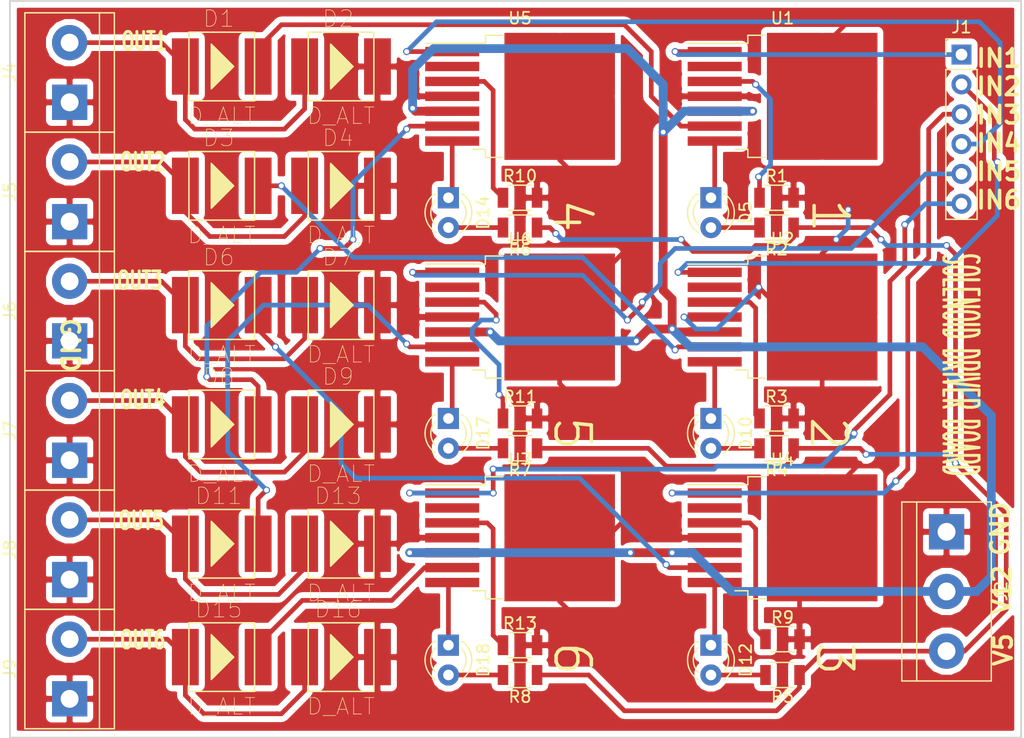
<source format=kicad_pcb>
(kicad_pcb (version 4) (host pcbnew 4.0.7)
  (layers (0 F.Cu signal) (31 B.Cu signal) (34 B.Paste user) (35 F.Paste user) (36 B.SilkS user) (37 F.SilkS user) (38 B.Mask user) (39 F.Mask user) (44 Edge.Cuts user))
  (net 0 "")
  (net 1 GND)
  (net 2 /Out_1)
  (net 3 "Net-(D1-Pad2)")
  (net 4 /Out_2)
  (net 5 "Net-(D3-Pad2)")
  (net 6 "Net-(D5-Pad1)")
  (net 7 /Out_3)
  (net 8 "Net-(D6-Pad2)")
  (net 9 /Out_4)
  (net 10 "Net-(D8-Pad2)")
  (net 11 /Out_5)
  (net 12 /Out_6)
  (net 13 /In_1)
  (net 14 /In_2)
  (net 15 /In_3)
  (net 16 /In_4)
  (net 17 /In_5)
  (net 18 /In_6)
  (net 19 "Net-(R1-Pad1)")
  (net 20 "Net-(R3-Pad1)")
  (net 21 "Net-(R9-Pad1)")
  (net 22 "Net-(R10-Pad1)")
  (net 23 "Net-(R11-Pad1)")
  (net 24 "Net-(R13-Pad1)")
  (net 25 "Net-(D11-Pad2)")
  (net 26 "Net-(D15-Pad2)")
  (net 27 "Net-(D5-Pad2)")
  (net 28 "Net-(D10-Pad1)")
  (net 29 "Net-(D10-Pad2)")
  (net 30 "Net-(D12-Pad1)")
  (net 31 "Net-(D12-Pad2)")
  (net 32 "Net-(D14-Pad1)")
  (net 33 "Net-(D14-Pad2)")
  (net 34 "Net-(D17-Pad1)")
  (net 35 "Net-(D17-Pad2)")
  (net 36 "Net-(D18-Pad1)")
  (net 37 "Net-(D18-Pad2)")
  (net 38 /V12)
  (net 39 /V5)
  (module Resistors_SMD:R_1206 (layer F.Cu) (at 86.868 43.688)
    (fp_text reference R1 (at 0 -1.85) (layer F.SilkS))
    (fp_text value 4k)
    (pad 1 smd rect (at -1.45 0) (size 0.9 1.7) (layers F.Cu F.Paste F.Mask) (net 19 "Net-(R1-Pad1)"))
    (pad 2 smd rect (at 1.45 0) (size 0.9 1.7) (layers F.Cu F.Paste F.Mask) (net 1 GND))
  )
  (module Resistors_SMD:R_1206 (layer F.Cu) (at 86.868 46.228 180)
    (fp_text reference R2 (at 0 -1.85 180) (layer F.SilkS))
    (fp_text value 5K)
    (pad 1 smd rect (at -1.45 0 180) (size 0.9 1.7) (layers F.Cu F.Paste F.Mask) (net 39 /V5))
    (pad 2 smd rect (at 1.45 0 180) (size 0.9 1.7) (layers F.Cu F.Paste F.Mask) (net 27 "Net-(D5-Pad2)"))
  )
  (module Resistors_SMD:R_1206 (layer F.Cu) (at 86.868 62.484)
    (fp_text reference R3 (at 0 -1.85) (layer F.SilkS))
    (fp_text value 4k)
    (pad 1 smd rect (at -1.45 0) (size 0.9 1.7) (layers F.Cu F.Paste F.Mask) (net 20 "Net-(R3-Pad1)"))
    (pad 2 smd rect (at 1.45 0) (size 0.9 1.7) (layers F.Cu F.Paste F.Mask) (net 1 GND))
  )
  (module Resistors_SMD:R_1206 (layer F.Cu) (at 86.868 65.024 180)
    (fp_text reference R4 (at 0 -1.85 180) (layer F.SilkS))
    (fp_text value 5K)
    (pad 1 smd rect (at -1.45 0 180) (size 0.9 1.7) (layers F.Cu F.Paste F.Mask) (net 39 /V5))
    (pad 2 smd rect (at 1.45 0 180) (size 0.9 1.7) (layers F.Cu F.Paste F.Mask) (net 29 "Net-(D10-Pad2)"))
  )
  (module Resistors_SMD:R_1206 (layer F.Cu) (at 87.376 84.328 180)
    (fp_text reference R5 (at 0 -1.85 180) (layer F.SilkS))
    (fp_text value 5K)
    (pad 1 smd rect (at -1.45 0 180) (size 0.9 1.7) (layers F.Cu F.Paste F.Mask) (net 39 /V5))
    (pad 2 smd rect (at 1.45 0 180) (size 0.9 1.7) (layers F.Cu F.Paste F.Mask) (net 31 "Net-(D12-Pad2)"))
  )
  (module Resistors_SMD:R_1206 (layer F.Cu) (at 65.024 46.228 180)
    (fp_text reference R6 (at 0 -1.85 180) (layer F.SilkS))
    (fp_text value 5K)
    (pad 1 smd rect (at -1.45 0 180) (size 0.9 1.7) (layers F.Cu F.Paste F.Mask) (net 39 /V5))
    (pad 2 smd rect (at 1.45 0 180) (size 0.9 1.7) (layers F.Cu F.Paste F.Mask) (net 33 "Net-(D14-Pad2)"))
  )
  (module Resistors_SMD:R_1206 (layer F.Cu) (at 65.024 65.024 180)
    (fp_text reference R7 (at 0 -1.85 180) (layer F.SilkS))
    (fp_text value 5K)
    (pad 1 smd rect (at -1.45 0 180) (size 0.9 1.7) (layers F.Cu F.Paste F.Mask) (net 39 /V5))
    (pad 2 smd rect (at 1.45 0 180) (size 0.9 1.7) (layers F.Cu F.Paste F.Mask) (net 35 "Net-(D17-Pad2)"))
  )
  (module Resistors_SMD:R_1206 (layer F.Cu) (at 65.024 84.328 180)
    (fp_text reference R8 (at 0 -1.85 180) (layer F.SilkS))
    (fp_text value 5K)
    (pad 1 smd rect (at -1.45 0 180) (size 0.9 1.7) (layers F.Cu F.Paste F.Mask) (net 39 /V5))
    (pad 2 smd rect (at 1.45 0 180) (size 0.9 1.7) (layers F.Cu F.Paste F.Mask) (net 37 "Net-(D18-Pad2)"))
  )
  (module Resistors_SMD:R_1206 (layer F.Cu) (at 87.376 81.28)
    (fp_text reference R9 (at 0 -1.85) (layer F.SilkS))
    (fp_text value 4k)
    (pad 1 smd rect (at -1.45 0) (size 0.9 1.7) (layers F.Cu F.Paste F.Mask) (net 21 "Net-(R9-Pad1)"))
    (pad 2 smd rect (at 1.45 0) (size 0.9 1.7) (layers F.Cu F.Paste F.Mask) (net 1 GND))
  )
  (module Resistors_SMD:R_1206 (layer F.Cu) (at 65.024 43.688)
    (fp_text reference R10 (at 0 -1.85) (layer F.SilkS))
    (fp_text value 4k)
    (pad 1 smd rect (at -1.45 0) (size 0.9 1.7) (layers F.Cu F.Paste F.Mask) (net 22 "Net-(R10-Pad1)"))
    (pad 2 smd rect (at 1.45 0) (size 0.9 1.7) (layers F.Cu F.Paste F.Mask) (net 1 GND))
  )
  (module Resistors_SMD:R_1206 (layer F.Cu) (at 65.024 62.484)
    (fp_text reference R11 (at 0 -1.85) (layer F.SilkS))
    (fp_text value 4k)
    (pad 1 smd rect (at -1.45 0) (size 0.9 1.7) (layers F.Cu F.Paste F.Mask) (net 23 "Net-(R11-Pad1)"))
    (pad 2 smd rect (at 1.45 0) (size 0.9 1.7) (layers F.Cu F.Paste F.Mask) (net 1 GND))
  )
  (module Resistors_SMD:R_1206 (layer F.Cu) (at 65.024 81.788)
    (fp_text reference R13 (at 0 -1.85) (layer F.SilkS))
    (fp_text value 4k)
    (pad 1 smd rect (at -1.45 0) (size 0.9 1.7) (layers F.Cu F.Paste F.Mask) (net 24 "Net-(R13-Pad1)"))
    (pad 2 smd rect (at 1.45 0) (size 0.9 1.7) (layers F.Cu F.Paste F.Mask) (net 1 GND))
  )
  (module TO_SOT_Packages_SMD:TO-263-7_TabPin4 (layer F.Cu) (at 87.376 35.052)
    (fp_text reference U1 (at 0 -6.65) (layer F.SilkS))
    (fp_text value DRV102-RESCUE-Actuator_board hide)
    (pad 1 smd rect (at -5.775 -3.81) (size 4.6 0.8) (layers F.Cu F.Paste F.Mask) (net 13 /In_1))
    (pad 2 smd rect (at -5.775 -2.54) (size 4.6 0.8) (layers F.Cu F.Paste F.Mask))
    (pad 3 smd rect (at -5.775 -1.27) (size 4.6 0.8) (layers F.Cu F.Paste F.Mask) (net 19 "Net-(R1-Pad1)"))
    (pad 4 smd rect (at -5.775 0) (size 4.6 0.8) (layers F.Cu F.Paste F.Mask) (net 1 GND))
    (pad 5 smd rect (at -5.775 1.27) (size 4.6 0.8) (layers F.Cu F.Paste F.Mask) (net 38 /V12))
    (pad 6 smd rect (at -5.775 2.54) (size 4.6 0.8) (layers F.Cu F.Paste F.Mask) (net 3 "Net-(D1-Pad2)"))
    (pad 7 smd rect (at -5.775 3.81) (size 4.6 0.8) (layers F.Cu F.Paste F.Mask) (net 6 "Net-(D5-Pad1)"))
    (pad 4 smd rect (at 3.375 0) (size 9.4 10.8) (layers F.Cu F.Mask) (net 1 GND))
    (pad 4 smd rect (at 5.8 2.775) (size 4.55 5.25) (layers F.Cu F.Paste) (net 1 GND))
    (pad 4 smd rect (at 0.95 -2.775) (size 4.55 5.25) (layers F.Cu F.Paste) (net 1 GND))
    (pad 4 smd rect (at 5.8 -2.775) (size 4.55 5.25) (layers F.Cu F.Paste) (net 1 GND))
    (pad 4 smd rect (at 0.95 2.775) (size 4.55 5.25) (layers F.Cu F.Paste) (net 1 GND))
  )
  (module TO_SOT_Packages_SMD:TO-263-7_TabPin4 (layer F.Cu) (at 87.376 53.848)
    (fp_text reference U2 (at 0 -6.65) (layer F.SilkS))
    (fp_text value DRV102-RESCUE-Actuator_board hide)
    (pad 1 smd rect (at -5.775 -3.81) (size 4.6 0.8) (layers F.Cu F.Paste F.Mask) (net 14 /In_2))
    (pad 2 smd rect (at -5.775 -2.54) (size 4.6 0.8) (layers F.Cu F.Paste F.Mask))
    (pad 3 smd rect (at -5.775 -1.27) (size 4.6 0.8) (layers F.Cu F.Paste F.Mask) (net 20 "Net-(R3-Pad1)"))
    (pad 4 smd rect (at -5.775 0) (size 4.6 0.8) (layers F.Cu F.Paste F.Mask) (net 1 GND))
    (pad 5 smd rect (at -5.775 1.27) (size 4.6 0.8) (layers F.Cu F.Paste F.Mask) (net 38 /V12))
    (pad 6 smd rect (at -5.775 2.54) (size 4.6 0.8) (layers F.Cu F.Paste F.Mask) (net 5 "Net-(D3-Pad2)"))
    (pad 7 smd rect (at -5.775 3.81) (size 4.6 0.8) (layers F.Cu F.Paste F.Mask) (net 28 "Net-(D10-Pad1)"))
    (pad 4 smd rect (at 3.375 0) (size 9.4 10.8) (layers F.Cu F.Mask) (net 1 GND))
    (pad 4 smd rect (at 5.8 2.775) (size 4.55 5.25) (layers F.Cu F.Paste) (net 1 GND))
    (pad 4 smd rect (at 0.95 -2.775) (size 4.55 5.25) (layers F.Cu F.Paste) (net 1 GND))
    (pad 4 smd rect (at 5.8 -2.775) (size 4.55 5.25) (layers F.Cu F.Paste) (net 1 GND))
    (pad 4 smd rect (at 0.95 2.775) (size 4.55 5.25) (layers F.Cu F.Paste) (net 1 GND))
  )
  (module TO_SOT_Packages_SMD:TO-263-7_TabPin4 (layer F.Cu) (at 87.376 72.644)
    (fp_text reference U4 (at 0 -6.65) (layer F.SilkS))
    (fp_text value DRV102-RESCUE-Actuator_board hide)
    (pad 1 smd rect (at -5.775 -3.81) (size 4.6 0.8) (layers F.Cu F.Paste F.Mask) (net 15 /In_3))
    (pad 2 smd rect (at -5.775 -2.54) (size 4.6 0.8) (layers F.Cu F.Paste F.Mask))
    (pad 3 smd rect (at -5.775 -1.27) (size 4.6 0.8) (layers F.Cu F.Paste F.Mask) (net 21 "Net-(R9-Pad1)"))
    (pad 4 smd rect (at -5.775 0) (size 4.6 0.8) (layers F.Cu F.Paste F.Mask) (net 1 GND))
    (pad 5 smd rect (at -5.775 1.27) (size 4.6 0.8) (layers F.Cu F.Paste F.Mask) (net 38 /V12))
    (pad 6 smd rect (at -5.775 2.54) (size 4.6 0.8) (layers F.Cu F.Paste F.Mask) (net 8 "Net-(D6-Pad2)"))
    (pad 7 smd rect (at -5.775 3.81) (size 4.6 0.8) (layers F.Cu F.Paste F.Mask) (net 30 "Net-(D12-Pad1)"))
    (pad 4 smd rect (at 3.375 0) (size 9.4 10.8) (layers F.Cu F.Mask) (net 1 GND))
    (pad 4 smd rect (at 5.8 2.775) (size 4.55 5.25) (layers F.Cu F.Paste) (net 1 GND))
    (pad 4 smd rect (at 0.95 -2.775) (size 4.55 5.25) (layers F.Cu F.Paste) (net 1 GND))
    (pad 4 smd rect (at 5.8 -2.775) (size 4.55 5.25) (layers F.Cu F.Paste) (net 1 GND))
    (pad 4 smd rect (at 0.95 2.775) (size 4.55 5.25) (layers F.Cu F.Paste) (net 1 GND))
  )
  (module TO_SOT_Packages_SMD:TO-263-7_TabPin4 (layer F.Cu) (at 65.024 35.052)
    (fp_text reference U5 (at 0 -6.65) (layer F.SilkS))
    (fp_text value DRV102-RESCUE-Actuator_board hide)
    (pad 1 smd rect (at -5.775 -3.81) (size 4.6 0.8) (layers F.Cu F.Paste F.Mask) (net 16 /In_4))
    (pad 2 smd rect (at -5.775 -2.54) (size 4.6 0.8) (layers F.Cu F.Paste F.Mask))
    (pad 3 smd rect (at -5.775 -1.27) (size 4.6 0.8) (layers F.Cu F.Paste F.Mask) (net 22 "Net-(R10-Pad1)"))
    (pad 4 smd rect (at -5.775 0) (size 4.6 0.8) (layers F.Cu F.Paste F.Mask) (net 1 GND))
    (pad 5 smd rect (at -5.775 1.27) (size 4.6 0.8) (layers F.Cu F.Paste F.Mask) (net 38 /V12))
    (pad 6 smd rect (at -5.775 2.54) (size 4.6 0.8) (layers F.Cu F.Paste F.Mask) (net 10 "Net-(D8-Pad2)"))
    (pad 7 smd rect (at -5.775 3.81) (size 4.6 0.8) (layers F.Cu F.Paste F.Mask) (net 32 "Net-(D14-Pad1)"))
    (pad 4 smd rect (at 3.375 0) (size 9.4 10.8) (layers F.Cu F.Mask) (net 1 GND))
    (pad 4 smd rect (at 5.8 2.775) (size 4.55 5.25) (layers F.Cu F.Paste) (net 1 GND))
    (pad 4 smd rect (at 0.95 -2.775) (size 4.55 5.25) (layers F.Cu F.Paste) (net 1 GND))
    (pad 4 smd rect (at 5.8 -2.775) (size 4.55 5.25) (layers F.Cu F.Paste) (net 1 GND))
    (pad 4 smd rect (at 0.95 2.775) (size 4.55 5.25) (layers F.Cu F.Paste) (net 1 GND))
  )
  (module TO_SOT_Packages_SMD:TO-263-7_TabPin4 (layer F.Cu) (at 65.024 53.848)
    (fp_text reference U6 (at 0 -6.65) (layer F.SilkS))
    (fp_text value DRV102-RESCUE-Actuator_board hide)
    (pad 1 smd rect (at -5.775 -3.81) (size 4.6 0.8) (layers F.Cu F.Paste F.Mask) (net 17 /In_5))
    (pad 2 smd rect (at -5.775 -2.54) (size 4.6 0.8) (layers F.Cu F.Paste F.Mask))
    (pad 3 smd rect (at -5.775 -1.27) (size 4.6 0.8) (layers F.Cu F.Paste F.Mask) (net 23 "Net-(R11-Pad1)"))
    (pad 4 smd rect (at -5.775 0) (size 4.6 0.8) (layers F.Cu F.Paste F.Mask) (net 1 GND))
    (pad 5 smd rect (at -5.775 1.27) (size 4.6 0.8) (layers F.Cu F.Paste F.Mask) (net 38 /V12))
    (pad 6 smd rect (at -5.775 2.54) (size 4.6 0.8) (layers F.Cu F.Paste F.Mask) (net 25 "Net-(D11-Pad2)"))
    (pad 7 smd rect (at -5.775 3.81) (size 4.6 0.8) (layers F.Cu F.Paste F.Mask) (net 34 "Net-(D17-Pad1)"))
    (pad 4 smd rect (at 3.375 0) (size 9.4 10.8) (layers F.Cu F.Mask) (net 1 GND))
    (pad 4 smd rect (at 5.8 2.775) (size 4.55 5.25) (layers F.Cu F.Paste) (net 1 GND))
    (pad 4 smd rect (at 0.95 -2.775) (size 4.55 5.25) (layers F.Cu F.Paste) (net 1 GND))
    (pad 4 smd rect (at 5.8 -2.775) (size 4.55 5.25) (layers F.Cu F.Paste) (net 1 GND))
    (pad 4 smd rect (at 0.95 2.775) (size 4.55 5.25) (layers F.Cu F.Paste) (net 1 GND))
  )
  (module TO_SOT_Packages_SMD:TO-263-7_TabPin4 (layer F.Cu) (at 65.024 72.644)
    (fp_text reference U7 (at 0 -6.65) (layer F.SilkS))
    (fp_text value DRV102-RESCUE-Actuator_board hide)
    (pad 1 smd rect (at -5.775 -3.81) (size 4.6 0.8) (layers F.Cu F.Paste F.Mask) (net 18 /In_6))
    (pad 2 smd rect (at -5.775 -2.54) (size 4.6 0.8) (layers F.Cu F.Paste F.Mask))
    (pad 3 smd rect (at -5.775 -1.27) (size 4.6 0.8) (layers F.Cu F.Paste F.Mask) (net 24 "Net-(R13-Pad1)"))
    (pad 4 smd rect (at -5.775 0) (size 4.6 0.8) (layers F.Cu F.Paste F.Mask) (net 1 GND))
    (pad 5 smd rect (at -5.775 1.27) (size 4.6 0.8) (layers F.Cu F.Paste F.Mask) (net 38 /V12))
    (pad 6 smd rect (at -5.775 2.54) (size 4.6 0.8) (layers F.Cu F.Paste F.Mask) (net 26 "Net-(D15-Pad2)"))
    (pad 7 smd rect (at -5.775 3.81) (size 4.6 0.8) (layers F.Cu F.Paste F.Mask) (net 36 "Net-(D18-Pad1)"))
    (pad 4 smd rect (at 3.375 0) (size 9.4 10.8) (layers F.Cu F.Mask) (net 1 GND))
    (pad 4 smd rect (at 5.8 2.775) (size 4.55 5.25) (layers F.Cu F.Paste) (net 1 GND))
    (pad 4 smd rect (at 0.95 -2.775) (size 4.55 5.25) (layers F.Cu F.Paste) (net 1 GND))
    (pad 4 smd rect (at 5.8 -2.775) (size 4.55 5.25) (layers F.Cu F.Paste) (net 1 GND))
    (pad 4 smd rect (at 0.95 2.775) (size 4.55 5.25) (layers F.Cu F.Paste) (net 1 GND))
  )
  (module "conn footprint:DO-214AB" (layer F.Cu) (at 39.624 32.512)
    (fp_text reference D1 (at -0.254502 -4.0722) (layer F.SilkS) (effects (font (size 1.40283 1.40283) (thickness 0.05))))
    (fp_text value D_ALT (at 0.000005 4.1985) (layer F.SilkS) (effects (font (size 1.40251 1.40251) (thickness 0.05))))
    (pad 2 smd rect (at 3.1 0 180) (size 2.286 4.8) (layers F.Cu F.Paste F.Mask) (net 3 "Net-(D1-Pad2)"))
    (pad 1 smd rect (at -3.1 0 180) (size 2.286 4.8) (layers F.Cu F.Paste F.Mask) (net 2 /Out_1))
  )
  (module "conn footprint:DO-214AB" (layer F.Cu) (at 49.784 32.512)
    (fp_text reference D2 (at -0.254502 -4.0722) (layer F.SilkS) (effects (font (size 1.40283 1.40283) (thickness 0.05))))
    (fp_text value D_ALT (at 0.000005 4.1985) (layer F.SilkS) (effects (font (size 1.40251 1.40251) (thickness 0.05))))
    (pad 2 smd rect (at 3.1 0 180) (size 2.286 4.8) (layers F.Cu F.Paste F.Mask) (net 1 GND))
    (pad 1 smd rect (at -3.1 0 180) (size 2.286 4.8) (layers F.Cu F.Paste F.Mask) (net 2 /Out_1))
  )
  (module "conn footprint:DO-214AB" (layer F.Cu) (at 39.624 42.672)
    (fp_text reference D3 (at -0.254502 -4.0722) (layer F.SilkS) (effects (font (size 1.40283 1.40283) (thickness 0.05))))
    (fp_text value D_ALT (at 0.000005 4.1985) (layer F.SilkS) (effects (font (size 1.40251 1.40251) (thickness 0.05))))
    (pad 2 smd rect (at 3.1 0 180) (size 2.286 4.8) (layers F.Cu F.Paste F.Mask) (net 5 "Net-(D3-Pad2)"))
    (pad 1 smd rect (at -3.1 0 180) (size 2.286 4.8) (layers F.Cu F.Paste F.Mask) (net 4 /Out_2))
  )
  (module "conn footprint:DO-214AB" (layer F.Cu) (at 49.784 42.672)
    (fp_text reference D4 (at -0.254502 -4.0722) (layer F.SilkS) (effects (font (size 1.40283 1.40283) (thickness 0.05))))
    (fp_text value D_ALT (at 0.000005 4.1985) (layer F.SilkS) (effects (font (size 1.40251 1.40251) (thickness 0.05))))
    (pad 2 smd rect (at 3.1 0 180) (size 2.286 4.8) (layers F.Cu F.Paste F.Mask) (net 1 GND))
    (pad 1 smd rect (at -3.1 0 180) (size 2.286 4.8) (layers F.Cu F.Paste F.Mask) (net 4 /Out_2))
  )
  (module "conn footprint:DO-214AB" (layer F.Cu) (at 39.624 52.832)
    (fp_text reference D6 (at -0.254502 -4.0722) (layer F.SilkS) (effects (font (size 1.40283 1.40283) (thickness 0.05))))
    (fp_text value D_ALT (at 0.000005 4.1985) (layer F.SilkS) (effects (font (size 1.40251 1.40251) (thickness 0.05))))
    (pad 2 smd rect (at 3.1 0 180) (size 2.286 4.8) (layers F.Cu F.Paste F.Mask) (net 8 "Net-(D6-Pad2)"))
    (pad 1 smd rect (at -3.1 0 180) (size 2.286 4.8) (layers F.Cu F.Paste F.Mask) (net 7 /Out_3))
  )
  (module "conn footprint:DO-214AB" (layer F.Cu) (at 49.784 52.832)
    (fp_text reference D7 (at -0.254502 -4.0722) (layer F.SilkS) (effects (font (size 1.40283 1.40283) (thickness 0.05))))
    (fp_text value D_ALT (at 0.000005 4.1985) (layer F.SilkS) (effects (font (size 1.40251 1.40251) (thickness 0.05))))
    (pad 2 smd rect (at 3.1 0 180) (size 2.286 4.8) (layers F.Cu F.Paste F.Mask) (net 1 GND))
    (pad 1 smd rect (at -3.1 0 180) (size 2.286 4.8) (layers F.Cu F.Paste F.Mask) (net 7 /Out_3))
  )
  (module "conn footprint:DO-214AB" (layer F.Cu) (at 39.624 62.992)
    (fp_text reference D8 (at -0.254502 -4.0722) (layer F.SilkS) (effects (font (size 1.40283 1.40283) (thickness 0.05))))
    (fp_text value D_ALT (at 0.000005 4.1985) (layer F.SilkS) (effects (font (size 1.40251 1.40251) (thickness 0.05))))
    (pad 2 smd rect (at 3.1 0 180) (size 2.286 4.8) (layers F.Cu F.Paste F.Mask) (net 10 "Net-(D8-Pad2)"))
    (pad 1 smd rect (at -3.1 0 180) (size 2.286 4.8) (layers F.Cu F.Paste F.Mask) (net 9 /Out_4))
  )
  (module "conn footprint:DO-214AB" (layer F.Cu) (at 49.784 62.992)
    (fp_text reference D9 (at -0.254502 -4.0722) (layer F.SilkS) (effects (font (size 1.40283 1.40283) (thickness 0.05))))
    (fp_text value D_ALT (at 0.000005 4.1985) (layer F.SilkS) (effects (font (size 1.40251 1.40251) (thickness 0.05))))
    (pad 2 smd rect (at 3.1 0 180) (size 2.286 4.8) (layers F.Cu F.Paste F.Mask) (net 1 GND))
    (pad 1 smd rect (at -3.1 0 180) (size 2.286 4.8) (layers F.Cu F.Paste F.Mask) (net 9 /Out_4))
  )
  (module "conn footprint:DO-214AB" (layer F.Cu) (at 39.624 73.152)
    (fp_text reference D11 (at -0.254502 -4.0722) (layer F.SilkS) (effects (font (size 1.40283 1.40283) (thickness 0.05))))
    (fp_text value D_ALT (at 0.000005 4.1985) (layer F.SilkS) (effects (font (size 1.40251 1.40251) (thickness 0.05))))
    (pad 2 smd rect (at 3.1 0 180) (size 2.286 4.8) (layers F.Cu F.Paste F.Mask) (net 25 "Net-(D11-Pad2)"))
    (pad 1 smd rect (at -3.1 0 180) (size 2.286 4.8) (layers F.Cu F.Paste F.Mask) (net 11 /Out_5))
  )
  (module "conn footprint:DO-214AB" (layer F.Cu) (at 49.784 73.152)
    (fp_text reference D13 (at -0.254502 -4.0722) (layer F.SilkS) (effects (font (size 1.40283 1.40283) (thickness 0.05))))
    (fp_text value D_ALT (at 0.000005 4.1985) (layer F.SilkS) (effects (font (size 1.40251 1.40251) (thickness 0.05))))
    (pad 2 smd rect (at 3.1 0 180) (size 2.286 4.8) (layers F.Cu F.Paste F.Mask) (net 1 GND))
    (pad 1 smd rect (at -3.1 0 180) (size 2.286 4.8) (layers F.Cu F.Paste F.Mask) (net 11 /Out_5))
  )
  (module "conn footprint:DO-214AB" (layer F.Cu) (at 39.624 82.804)
    (fp_text reference D15 (at -0.254502 -4.0722) (layer F.SilkS) (effects (font (size 1.40283 1.40283) (thickness 0.05))))
    (fp_text value D_ALT (at 0.000005 4.1985) (layer F.SilkS) (effects (font (size 1.40251 1.40251) (thickness 0.05))))
    (pad 2 smd rect (at 3.1 0 180) (size 2.286 4.8) (layers F.Cu F.Paste F.Mask) (net 26 "Net-(D15-Pad2)"))
    (pad 1 smd rect (at -3.1 0 180) (size 2.286 4.8) (layers F.Cu F.Paste F.Mask) (net 12 /Out_6))
  )
  (module "conn footprint:DO-214AB" (layer F.Cu) (at 49.784 82.804)
    (fp_text reference D16 (at -0.254502 -4.0722) (layer F.SilkS) (effects (font (size 1.40283 1.40283) (thickness 0.05))))
    (fp_text value D_ALT (at 0.000005 4.1985) (layer F.SilkS) (effects (font (size 1.40251 1.40251) (thickness 0.05))))
    (pad 2 smd rect (at 3.1 0 180) (size 2.286 4.8) (layers F.Cu F.Paste F.Mask) (net 1 GND))
    (pad 1 smd rect (at -3.1 0 180) (size 2.286 4.8) (layers F.Cu F.Paste F.Mask) (net 12 /Out_6))
  )
  (module LEDs:LED_D3.0mm (layer F.Cu) (at 81.28 62.484 270)
    (fp_text reference D10 (at 1.27 -2.96 270) (layer F.SilkS))
    (fp_text value LED)
    (pad 1 thru_hole rect (at 0 0 270) (size 1.8 1.8) (drill 0.9) (layers *.Cu *.Mask) (net 28 "Net-(D10-Pad1)"))
    (pad 2 thru_hole circle (at 2.54 0 270) (size 1.8 1.8) (drill 0.9) (layers *.Cu *.Mask) (net 29 "Net-(D10-Pad2)"))
  )
  (module LEDs:LED_D3.0mm (layer F.Cu) (at 81.28 81.788 270)
    (fp_text reference D12 (at 1.27 -2.96 270) (layer F.SilkS))
    (fp_text value LED)
    (pad 1 thru_hole rect (at 0 0 270) (size 1.8 1.8) (drill 0.9) (layers *.Cu *.Mask) (net 30 "Net-(D12-Pad1)"))
    (pad 2 thru_hole circle (at 2.54 0 270) (size 1.8 1.8) (drill 0.9) (layers *.Cu *.Mask) (net 31 "Net-(D12-Pad2)"))
  )
  (module LEDs:LED_D3.0mm (layer F.Cu) (at 58.928 43.688 270)
    (fp_text reference D14 (at 1.27 -2.96 270) (layer F.SilkS))
    (fp_text value LED)
    (pad 1 thru_hole rect (at 0 0 270) (size 1.8 1.8) (drill 0.9) (layers *.Cu *.Mask) (net 32 "Net-(D14-Pad1)"))
    (pad 2 thru_hole circle (at 2.54 0 270) (size 1.8 1.8) (drill 0.9) (layers *.Cu *.Mask) (net 33 "Net-(D14-Pad2)"))
  )
  (module LEDs:LED_D3.0mm (layer F.Cu) (at 58.928 62.484 270)
    (fp_text reference D17 (at 1.27 -2.96 270) (layer F.SilkS))
    (fp_text value LED)
    (pad 1 thru_hole rect (at 0 0 270) (size 1.8 1.8) (drill 0.9) (layers *.Cu *.Mask) (net 34 "Net-(D17-Pad1)"))
    (pad 2 thru_hole circle (at 2.54 0 270) (size 1.8 1.8) (drill 0.9) (layers *.Cu *.Mask) (net 35 "Net-(D17-Pad2)"))
  )
  (module LEDs:LED_D3.0mm (layer F.Cu) (at 58.928 81.788 270)
    (fp_text reference D18 (at 1.27 -2.96 270) (layer F.SilkS))
    (fp_text value LED)
    (pad 1 thru_hole rect (at 0 0 270) (size 1.8 1.8) (drill 0.9) (layers *.Cu *.Mask) (net 36 "Net-(D18-Pad1)"))
    (pad 2 thru_hole circle (at 2.54 0 270) (size 1.8 1.8) (drill 0.9) (layers *.Cu *.Mask) (net 37 "Net-(D18-Pad2)"))
  )
  (module Connectors_Terminal_Blocks:TerminalBlock_bornier-3_P5.08mm (layer F.Cu) (at 101.346 72.136 270)
    (fp_text reference J2 (at 5.05 -4.65 270) (layer F.SilkS))
    (fp_text value Screw_Terminal_01x03 hide)
    (pad 1 thru_hole rect (at 0 0 270) (size 3 3) (drill 1.52) (layers *.Cu *.Mask) (net 1 GND))
    (pad 2 thru_hole circle (at 5.08 0 270) (size 3 3) (drill 1.52) (layers *.Cu *.Mask) (net 38 /V12))
    (pad 3 thru_hole circle (at 10.16 0 270) (size 3 3) (drill 1.52) (layers *.Cu *.Mask) (net 39 /V5))
  )
  (module Pin_Headers:Pin_Header_Straight_1x06_Pitch2.54mm (layer F.Cu) (at 102.616 31.496)
    (fp_text reference J1 (at 0 -2.33) (layer F.SilkS))
    (fp_text value Conn_01x06_Male hide)
    (pad 1 thru_hole rect (at 0 0) (size 1.7 1.7) (drill 1) (layers *.Cu *.Mask) (net 13 /In_1))
    (pad 2 thru_hole oval (at 0 2.54) (size 1.7 1.7) (drill 1) (layers *.Cu *.Mask) (net 14 /In_2))
    (pad 3 thru_hole oval (at 0 5.08) (size 1.7 1.7) (drill 1) (layers *.Cu *.Mask) (net 15 /In_3))
    (pad 4 thru_hole oval (at 0 7.62) (size 1.7 1.7) (drill 1) (layers *.Cu *.Mask) (net 16 /In_4))
    (pad 5 thru_hole oval (at 0 10.16) (size 1.7 1.7) (drill 1) (layers *.Cu *.Mask) (net 17 /In_5))
    (pad 6 thru_hole oval (at 0 12.7) (size 1.7 1.7) (drill 1) (layers *.Cu *.Mask) (net 18 /In_6))
  )
  (module Connectors_Terminal_Blocks:TerminalBlock_bornier-2_P5.08mm (layer F.Cu) (at 26.67 35.56 90)
    (fp_text reference J4 (at 2.54 -5.08 90) (layer F.SilkS))
    (fp_text value Screw_Terminal_01x02 hide)
    (pad 1 thru_hole rect (at 0 0 90) (size 3 3) (drill 1.52) (layers *.Cu *.Mask) (net 1 GND))
    (pad 2 thru_hole circle (at 5.08 0 90) (size 3 3) (drill 1.52) (layers *.Cu *.Mask) (net 2 /Out_1))
  )
  (module Connectors_Terminal_Blocks:TerminalBlock_bornier-2_P5.08mm (layer F.Cu) (at 26.67 45.72 90)
    (fp_text reference J5 (at 2.54 -5.08 90) (layer F.SilkS))
    (fp_text value Screw_Terminal_01x02 hide)
    (pad 1 thru_hole rect (at 0 0 90) (size 3 3) (drill 1.52) (layers *.Cu *.Mask) (net 1 GND))
    (pad 2 thru_hole circle (at 5.08 0 90) (size 3 3) (drill 1.52) (layers *.Cu *.Mask) (net 4 /Out_2))
  )
  (module Connectors_Terminal_Blocks:TerminalBlock_bornier-2_P5.08mm (layer F.Cu) (at 26.67 55.88 90)
    (fp_text reference J6 (at 2.54 -5.08 90) (layer F.SilkS))
    (fp_text value Screw_Terminal_01x02 hide)
    (pad 1 thru_hole rect (at 0 0 90) (size 3 3) (drill 1.52) (layers *.Cu *.Mask) (net 1 GND))
    (pad 2 thru_hole circle (at 5.08 0 90) (size 3 3) (drill 1.52) (layers *.Cu *.Mask) (net 7 /Out_3))
  )
  (module Connectors_Terminal_Blocks:TerminalBlock_bornier-2_P5.08mm (layer F.Cu) (at 26.67 66.04 90)
    (fp_text reference J7 (at 2.54 -5.08 90) (layer F.SilkS))
    (fp_text value Screw_Terminal_01x02 hide)
    (pad 1 thru_hole rect (at 0 0 90) (size 3 3) (drill 1.52) (layers *.Cu *.Mask) (net 1 GND))
    (pad 2 thru_hole circle (at 5.08 0 90) (size 3 3) (drill 1.52) (layers *.Cu *.Mask) (net 9 /Out_4))
  )
  (module Connectors_Terminal_Blocks:TerminalBlock_bornier-2_P5.08mm (layer F.Cu) (at 26.67 76.2 90)
    (fp_text reference J8 (at 2.54 -5.08 90) (layer F.SilkS))
    (fp_text value Screw_Terminal_01x02 hide)
    (pad 1 thru_hole rect (at 0 0 90) (size 3 3) (drill 1.52) (layers *.Cu *.Mask) (net 1 GND))
    (pad 2 thru_hole circle (at 5.08 0 90) (size 3 3) (drill 1.52) (layers *.Cu *.Mask) (net 11 /Out_5))
  )
  (module Connectors_Terminal_Blocks:TerminalBlock_bornier-2_P5.08mm (layer F.Cu) (at 26.67 86.36 90)
    (fp_text reference J9 (at 2.54 -5.08 90) (layer F.SilkS))
    (fp_text value Screw_Terminal_01x02 hide)
    (pad 1 thru_hole rect (at 0 0 90) (size 3 3) (drill 1.52) (layers *.Cu *.Mask) (net 1 GND))
    (pad 2 thru_hole circle (at 5.08 0 90) (size 3 3) (drill 1.52) (layers *.Cu *.Mask) (net 12 /Out_6))
  )
  (module LEDs:LED_D3.0mm (layer F.Cu) (at 81.28 43.688 270)
    (fp_text reference D5 (at 1.27 -2.96 270) (layer F.SilkS))
    (fp_text value LED)
    (pad 1 thru_hole rect (at 0 0 270) (size 1.8 1.8) (drill 0.9) (layers *.Cu *.Mask) (net 6 "Net-(D5-Pad1)"))
    (pad 2 thru_hole circle (at 2.54 0 270) (size 1.8 1.8) (drill 0.9) (layers *.Cu *.Mask) (net 27 "Net-(D5-Pad2)"))
  )
  (gr_text "IN1\nIN2\nIN3\nIN4\nIN5\nIN6" (at 105.791 37.846) (layer F.SilkS) (effects (font (size 1.5 1.5) (thickness 0.3))))
  (gr_text GND (at 105.918 71.882 90) (layer F.SilkS) (effects (font (size 1.5 1.5) (thickness 0.3))))
  (gr_text "V5\n" (at 106.172 82.169 90) (layer F.SilkS) (effects (font (size 1.5 1.5) (thickness 0.3))))
  (gr_text "V12\n" (at 106.045 77.089 90) (layer F.SilkS) (effects (font (size 1.5 1.5) (thickness 0.3))))
  (gr_text 4 (at 69.469 45.212 270) (layer F.SilkS) (effects (font (size 3 3) (thickness 0.3))))
  (gr_text 5 (at 69.469 63.754 270) (layer F.SilkS) (effects (font (size 3 3) (thickness 0.3))))
  (gr_text 6 (at 69.469 82.931 270) (layer F.SilkS) (effects (font (size 3 3) (thickness 0.3))))
  (gr_text "3\n" (at 91.821 82.931 270) (layer F.SilkS) (effects (font (size 3 3) (thickness 0.3))))
  (gr_text 2 (at 91.313 63.754 270) (layer F.SilkS) (effects (font (size 3 3) (thickness 0.3))))
  (gr_text 1 (at 91.44 45.212 270) (layer F.SilkS) (effects (font (size 3 3) (thickness 0.3))))
  (gr_text "OUT6\n\n" (at 32.893 82.55) (layer F.SilkS) (effects (font (size 1.5 1) (thickness 0.25))))
  (gr_text "OUT5\n\n" (at 32.766 72.39) (layer F.SilkS) (effects (font (size 1.5 1) (thickness 0.25))))
  (gr_text "OUT4\n\n" (at 32.893 62.103) (layer F.SilkS) (effects (font (size 1.5 1) (thickness 0.25))))
  (gr_text "OUT3\n\n" (at 32.639 51.943) (layer F.SilkS) (effects (font (size 1.5 1) (thickness 0.25))))
  (gr_text "OUT2\n" (at 32.893 40.64) (layer F.SilkS) (effects (font (size 1.5 1) (thickness 0.25))))
  (gr_text OUT1 (at 33.02 30.353) (layer F.SilkS) (effects (font (size 1.5 1) (thickness 0.25))))
  (gr_line (start 21.59 26.924) (end 22.86 26.924) (angle 90) (layer Edge.Cuts) (width 0.15))
  (gr_line (start 21.59 89.662) (end 21.59 26.924) (angle 90) (layer Edge.Cuts) (width 0.15))
  (gr_line (start 107.696 89.662) (end 21.59 89.662) (angle 90) (layer Edge.Cuts) (width 0.15))
  (gr_line (start 107.696 26.924) (end 107.696 89.662) (angle 90) (layer Edge.Cuts) (width 0.15))
  (gr_line (start 105.664 26.924) (end 107.696 26.924) (angle 90) (layer Edge.Cuts) (width 0.15))
  (gr_line (start 21.844 26.924) (end 105.664 26.924) (angle 90) (layer Edge.Cuts) (width 0.15))
  (gr_text GND (at 26.7 56.25 270) (layer F.SilkS) (effects (font (size 1.5 1.5) (thickness 0.3))))
  (gr_text "SOLENOID DRIVER BOARD\n" (at 102.489 57.912 270) (layer F.SilkS) (effects (font (size 3 1) (thickness 0.25))))
  (segment (start 88.826 81.28) (end 88.826 74.569) (width 0.4) (layer F.Cu) (net 1))
  (segment (start 88.826 74.569) (end 90.751 72.644) (width 0.4) (layer F.Cu) (net 1))
  (segment (start 81.601 53.848) (end 78.994 53.848) (width 0.4) (layer F.Cu) (net 1))
  (segment (start 85.344 51.308) (end 87.884 53.848) (width 0.4) (layer F.Cu) (net 1))
  (via (at 85.344 51.308) (size 0.6) (drill 0.4) (layers F.Cu B.Cu) (net 1))
  (segment (start 81.788 54.864) (end 85.344 51.308) (width 0.4) (layer B.Cu) (net 1))
  (segment (start 80.01 54.864) (end 81.788 54.864) (width 0.4) (layer B.Cu) (net 1))
  (segment (start 78.994 53.848) (end 80.01 54.864) (width 0.4) (layer B.Cu) (net 1))
  (via (at 78.994 53.848) (size 0.6) (drill 0.4) (layers F.Cu B.Cu) (net 1))
  (segment (start 87.884 53.848) (end 90.751 53.848) (width 0.4) (layer F.Cu) (net 1))
  (segment (start 90.751 53.848) (end 90.751 60.887) (width 0.4) (layer F.Cu) (net 1))
  (segment (start 90.751 60.887) (end 90.17 61.468) (width 0.4) (layer F.Cu) (net 1))
  (segment (start 68.399 53.848) (end 68.399 53.775) (width 0.4) (layer F.Cu) (net 1))
  (segment (start 68.399 53.775) (end 74.422 47.752) (width 0.4) (layer F.Cu) (net 1))
  (segment (start 68.399 72.644) (end 68.399 78.051) (width 0.4) (layer F.Cu) (net 1))
  (segment (start 68.399 78.051) (end 71.374 81.026) (width 0.4) (layer F.Cu) (net 1))
  (segment (start 68.399 72.644) (end 72.39 72.644) (width 0.4) (layer F.Cu) (net 1))
  (segment (start 72.39 72.644) (end 75.692 69.342) (width 0.4) (layer F.Cu) (net 1))
  (segment (start 68.399 53.848) (end 68.399 59.509) (width 0.4) (layer F.Cu) (net 1))
  (segment (start 68.399 59.509) (end 70.104 61.214) (width 0.4) (layer F.Cu) (net 1))
  (segment (start 90.751 53.848) (end 90.751 48.441) (width 0.4) (layer F.Cu) (net 1))
  (segment (start 90.751 48.441) (end 91.948 47.244) (width 0.4) (layer F.Cu) (net 1))
  (via (at 92.964 44.704) (size 0.6) (drill 0.4) (layers F.Cu B.Cu) (net 1))
  (segment (start 92.964 46.228) (end 92.964 44.704) (width 0.4) (layer B.Cu) (net 1))
  (segment (start 91.948 47.244) (end 92.964 46.228) (width 0.4) (layer B.Cu) (net 1))
  (via (at 91.948 47.244) (size 0.6) (drill 0.4) (layers F.Cu B.Cu) (net 1))
  (segment (start 90.751 35.052) (end 90.751 30.915) (width 0.4) (layer F.Cu) (net 1))
  (segment (start 90.751 30.915) (end 93.472 28.194) (width 0.4) (layer F.Cu) (net 1))
  (segment (start 90.751 72.644) (end 90.751 69.523) (width 0.4) (layer F.Cu) (net 1))
  (segment (start 90.751 69.523) (end 93.98 66.294) (width 0.4) (layer F.Cu) (net 1))
  (segment (start 68.399 72.644) (end 68.399 69.015) (width 0.4) (layer F.Cu) (net 1))
  (segment (start 68.399 53.848) (end 68.399 50.473) (width 0.4) (layer F.Cu) (net 1))
  (segment (start 68.399 35.052) (end 68.399 40.459) (width 0.4) (layer F.Cu) (net 1))
  (segment (start 68.399 40.459) (end 70.104 42.164) (width 0.4) (layer F.Cu) (net 1))
  (segment (start 36.524 32.512) (end 36.524 37.032) (width 0.4) (layer F.Cu) (net 2))
  (segment (start 46.684 36.12) (end 46.684 32.512) (width 0.4) (layer F.Cu) (net 2))
  (segment (start 44.958 37.846) (end 46.684 36.12) (width 0.4) (layer F.Cu) (net 2))
  (segment (start 37.338 37.846) (end 44.958 37.846) (width 0.4) (layer F.Cu) (net 2))
  (segment (start 36.524 37.032) (end 37.338 37.846) (width 0.4) (layer F.Cu) (net 2))
  (segment (start 26.67 30.48) (end 34.492 30.48) (width 0.4) (layer F.Cu) (net 2))
  (segment (start 34.492 30.48) (end 36.524 32.512) (width 0.4) (layer F.Cu) (net 2))
  (segment (start 46.482 28.956) (end 73.914 28.956) (width 0.4) (layer F.Cu) (net 3))
  (segment (start 44.704 28.956) (end 46.482 28.956) (width 0.4) (layer F.Cu) (net 3))
  (segment (start 42.724 30.936) (end 44.704 28.956) (width 0.4) (layer F.Cu) (net 3))
  (segment (start 76.2 35.052) (end 78.74 37.592) (width 0.4) (layer F.Cu) (net 3))
  (segment (start 76.2 31.242) (end 76.2 35.052) (width 0.4) (layer F.Cu) (net 3))
  (segment (start 73.914 28.956) (end 76.2 31.242) (width 0.4) (layer F.Cu) (net 3))
  (segment (start 42.724 32.512) (end 42.724 30.936) (width 0.4) (layer F.Cu) (net 3))
  (segment (start 77.47 36.322) (end 78.74 37.592) (width 0.4) (layer F.Cu) (net 3))
  (segment (start 78.74 37.592) (end 81.601 37.592) (width 0.4) (layer F.Cu) (net 3))
  (segment (start 36.524 42.672) (end 36.524 44.906) (width 0.4) (layer F.Cu) (net 4))
  (segment (start 36.524 44.906) (end 38.608 46.99) (width 0.4) (layer F.Cu) (net 4))
  (segment (start 46.684 45.264) (end 46.684 42.672) (width 0.4) (layer F.Cu) (net 4))
  (segment (start 44.958 46.99) (end 46.684 45.264) (width 0.4) (layer F.Cu) (net 4))
  (segment (start 38.608 46.99) (end 44.958 46.99) (width 0.4) (layer F.Cu) (net 4))
  (segment (start 26.67 40.64) (end 34.492 40.64) (width 0.4) (layer F.Cu) (net 4))
  (segment (start 34.492 40.64) (end 36.524 42.672) (width 0.4) (layer F.Cu) (net 4))
  (segment (start 42.724 42.672) (end 44.704 42.672) (width 0.4) (layer F.Cu) (net 5))
  (segment (start 78.486 56.388) (end 81.601 56.388) (width 0.4) (layer F.Cu) (net 5))
  (segment (start 78.232 56.642) (end 78.486 56.388) (width 0.4) (layer F.Cu) (net 5))
  (via (at 78.232 56.642) (size 0.6) (drill 0.4) (layers F.Cu B.Cu) (net 5))
  (segment (start 70.358 48.768) (end 78.232 56.642) (width 0.4) (layer B.Cu) (net 5))
  (segment (start 50.8 48.768) (end 70.358 48.768) (width 0.4) (layer B.Cu) (net 5))
  (segment (start 44.704 42.672) (end 50.8 48.768) (width 0.4) (layer B.Cu) (net 5))
  (via (at 44.704 42.672) (size 0.6) (drill 0.4) (layers F.Cu B.Cu) (net 5))
  (segment (start 81.601 38.862) (end 81.601 43.367) (width 0.4) (layer F.Cu) (net 6))
  (segment (start 81.601 43.367) (end 81.28 43.688) (width 0.4) (layer F.Cu) (net 6))
  (segment (start 36.524 52.832) (end 36.524 56.336) (width 0.4) (layer F.Cu) (net 7))
  (segment (start 46.684 55.678) (end 46.684 52.832) (width 0.4) (layer F.Cu) (net 7))
  (segment (start 44.958 57.404) (end 46.684 55.678) (width 0.4) (layer F.Cu) (net 7))
  (segment (start 37.592 57.404) (end 44.958 57.404) (width 0.4) (layer F.Cu) (net 7))
  (segment (start 36.524 56.336) (end 37.592 57.404) (width 0.4) (layer F.Cu) (net 7))
  (segment (start 26.67 50.8) (end 34.492 50.8) (width 0.4) (layer F.Cu) (net 7))
  (segment (start 34.492 50.8) (end 36.524 52.832) (width 0.4) (layer F.Cu) (net 7))
  (segment (start 42.724 52.832) (end 42.724 54.916) (width 0.4) (layer F.Cu) (net 8))
  (segment (start 42.724 54.916) (end 44.196 56.388) (width 0.4) (layer F.Cu) (net 8))
  (via (at 44.196 56.388) (size 0.6) (drill 0.4) (layers F.Cu B.Cu) (net 8))
  (segment (start 44.196 56.388) (end 49.784 61.976) (width 0.4) (layer B.Cu) (net 8))
  (segment (start 49.784 61.976) (end 49.784 66.294) (width 0.4) (layer B.Cu) (net 8))
  (segment (start 49.784 66.294) (end 51.054 67.564) (width 0.4) (layer B.Cu) (net 8))
  (segment (start 51.054 67.564) (end 70.104 67.564) (width 0.4) (layer B.Cu) (net 8))
  (segment (start 70.104 67.564) (end 77.47 74.93) (width 0.4) (layer B.Cu) (net 8))
  (via (at 77.47 74.93) (size 0.6) (drill 0.4) (layers F.Cu B.Cu) (net 8))
  (segment (start 77.47 74.93) (end 77.724 75.184) (width 0.4) (layer F.Cu) (net 8))
  (segment (start 77.724 75.184) (end 81.601 75.184) (width 0.4) (layer F.Cu) (net 8))
  (segment (start 36.524 62.992) (end 36.524 65.734) (width 0.4) (layer F.Cu) (net 9))
  (segment (start 44.958 67.056) (end 46.684 65.33) (width 0.4) (layer F.Cu) (net 9))
  (segment (start 37.846 67.056) (end 44.958 67.056) (width 0.4) (layer F.Cu) (net 9))
  (segment (start 36.524 65.734) (end 37.846 67.056) (width 0.4) (layer F.Cu) (net 9))
  (segment (start 46.684 65.33) (end 46.684 62.992) (width 0.4) (layer F.Cu) (net 9))
  (segment (start 26.67 60.96) (end 34.492 60.96) (width 0.4) (layer F.Cu) (net 9))
  (segment (start 34.492 60.96) (end 36.524 62.992) (width 0.4) (layer F.Cu) (net 9))
  (segment (start 59.249 37.592) (end 55.626 37.592) (width 0.4) (layer F.Cu) (net 10))
  (segment (start 42.724 59.742) (end 42.724 62.992) (width 0.4) (layer F.Cu) (net 10))
  (segment (start 42.164 59.182) (end 42.724 59.742) (width 0.4) (layer F.Cu) (net 10))
  (segment (start 38.608 59.182) (end 42.164 59.182) (width 0.4) (layer F.Cu) (net 10))
  (segment (start 38.354 58.928) (end 38.608 59.182) (width 0.4) (layer F.Cu) (net 10))
  (via (at 38.354 58.928) (size 0.6) (drill 0.4) (layers F.Cu B.Cu) (net 10))
  (segment (start 38.354 54.61) (end 38.354 58.928) (width 0.4) (layer B.Cu) (net 10))
  (segment (start 42.926 50.038) (end 38.354 54.61) (width 0.4) (layer B.Cu) (net 10))
  (segment (start 45.974 50.038) (end 42.926 50.038) (width 0.4) (layer B.Cu) (net 10))
  (segment (start 48.006 48.006) (end 45.974 50.038) (width 0.4) (layer B.Cu) (net 10))
  (via (at 48.006 48.006) (size 0.6) (drill 0.4) (layers F.Cu B.Cu) (net 10))
  (segment (start 50.038 48.006) (end 48.006 48.006) (width 0.4) (layer F.Cu) (net 10))
  (segment (start 50.8 47.244) (end 50.038 48.006) (width 0.4) (layer F.Cu) (net 10))
  (via (at 50.8 47.244) (size 0.6) (drill 0.4) (layers F.Cu B.Cu) (net 10))
  (segment (start 50.8 42.418) (end 50.8 47.244) (width 0.4) (layer B.Cu) (net 10))
  (segment (start 55.372 37.846) (end 50.8 42.418) (width 0.4) (layer B.Cu) (net 10))
  (via (at 55.372 37.846) (size 0.6) (drill 0.4) (layers F.Cu B.Cu) (net 10))
  (segment (start 55.626 37.592) (end 55.372 37.846) (width 0.4) (layer F.Cu) (net 10))
  (segment (start 36.524 73.152) (end 36.524 76.148) (width 0.4) (layer F.Cu) (net 11))
  (segment (start 44.45 77.47) (end 46.684 75.236) (width 0.4) (layer F.Cu) (net 11))
  (segment (start 37.846 77.47) (end 44.45 77.47) (width 0.4) (layer F.Cu) (net 11))
  (segment (start 36.524 76.148) (end 37.846 77.47) (width 0.4) (layer F.Cu) (net 11))
  (segment (start 46.684 75.236) (end 46.684 73.152) (width 0.4) (layer F.Cu) (net 11))
  (segment (start 26.67 71.12) (end 34.492 71.12) (width 0.4) (layer F.Cu) (net 11))
  (segment (start 34.492 71.12) (end 36.524 73.152) (width 0.4) (layer F.Cu) (net 11))
  (segment (start 36.524 82.804) (end 36.524 86.054) (width 0.4) (layer F.Cu) (net 12))
  (segment (start 46.684 85.65) (end 46.684 82.804) (width 0.4) (layer F.Cu) (net 12))
  (segment (start 44.704 87.63) (end 46.684 85.65) (width 0.4) (layer F.Cu) (net 12))
  (segment (start 38.1 87.63) (end 44.704 87.63) (width 0.4) (layer F.Cu) (net 12))
  (segment (start 36.524 86.054) (end 38.1 87.63) (width 0.4) (layer F.Cu) (net 12))
  (segment (start 26.67 81.28) (end 35 81.28) (width 0.4) (layer F.Cu) (net 12))
  (segment (start 35 81.28) (end 36.524 82.804) (width 0.4) (layer F.Cu) (net 12))
  (segment (start 81.601 31.242) (end 78.232 31.242) (width 0.4) (layer F.Cu) (net 13))
  (segment (start 78.486 31.496) (end 102.616 31.496) (width 0.4) (layer B.Cu) (net 13))
  (segment (start 78.232 31.242) (end 78.486 31.496) (width 0.4) (layer B.Cu) (net 13))
  (via (at 78.232 31.242) (size 0.6) (drill 0.4) (layers F.Cu B.Cu) (net 13))
  (segment (start 81.601 50.038) (end 78.486 50.038) (width 0.4) (layer F.Cu) (net 14))
  (segment (start 105.41 36.83) (end 102.616 34.036) (width 0.4) (layer F.Cu) (net 14))
  (segment (start 105.41 40.386) (end 105.41 36.83) (width 0.4) (layer F.Cu) (net 14))
  (segment (start 105.664 40.64) (end 105.41 40.386) (width 0.4) (layer F.Cu) (net 14))
  (via (at 105.664 40.64) (size 0.6) (drill 0.4) (layers F.Cu B.Cu) (net 14))
  (segment (start 105.664 45.212) (end 105.664 40.64) (width 0.4) (layer B.Cu) (net 14))
  (segment (start 101.6 49.276) (end 105.664 45.212) (width 0.4) (layer B.Cu) (net 14))
  (segment (start 79.248 49.276) (end 101.6 49.276) (width 0.4) (layer B.Cu) (net 14))
  (segment (start 78.486 50.038) (end 79.248 49.276) (width 0.4) (layer B.Cu) (net 14))
  (via (at 78.486 50.038) (size 0.6) (drill 0.4) (layers F.Cu B.Cu) (net 14))
  (segment (start 98.044 50.546) (end 98.044 66.802) (width 0.4) (layer F.Cu) (net 15))
  (via (at 77.978 68.834) (size 0.6) (drill 0.4) (layers F.Cu B.Cu) (net 15))
  (segment (start 77.978 68.834) (end 96.012 68.834) (width 0.4) (layer B.Cu) (net 15))
  (segment (start 96.012 68.834) (end 97.028 67.818) (width 0.4) (layer B.Cu) (net 15))
  (segment (start 98.044 50.546) (end 99.822 48.768) (width 0.4) (layer F.Cu) (net 15))
  (segment (start 99.822 48.768) (end 99.822 37.846) (width 0.4) (layer F.Cu) (net 15))
  (segment (start 99.822 37.846) (end 101.092 36.576) (width 0.4) (layer F.Cu) (net 15))
  (segment (start 102.616 36.576) (end 101.092 36.576) (width 0.4) (layer F.Cu) (net 15))
  (segment (start 77.978 68.834) (end 81.601 68.834) (width 0.4) (layer F.Cu) (net 15))
  (via (at 97.028 67.818) (size 0.6) (drill 0.4) (layers F.Cu B.Cu) (net 15))
  (segment (start 98.044 66.802) (end 97.028 67.818) (width 0.4) (layer F.Cu) (net 15))
  (segment (start 59.249 31.242) (end 55.372 31.242) (width 0.4) (layer F.Cu) (net 16))
  (segment (start 104.14 39.116) (end 102.616 39.116) (width 0.4) (layer B.Cu) (net 16))
  (segment (start 105.918 37.338) (end 104.14 39.116) (width 0.4) (layer B.Cu) (net 16))
  (segment (start 105.918 30.48) (end 105.918 37.338) (width 0.4) (layer B.Cu) (net 16))
  (segment (start 104.14 28.702) (end 105.918 30.48) (width 0.4) (layer B.Cu) (net 16))
  (segment (start 57.912 28.702) (end 104.14 28.702) (width 0.4) (layer B.Cu) (net 16))
  (segment (start 55.372 31.242) (end 57.912 28.702) (width 0.4) (layer B.Cu) (net 16))
  (via (at 55.372 31.242) (size 0.6) (drill 0.4) (layers F.Cu B.Cu) (net 16))
  (segment (start 59.249 50.038) (end 55.88 50.038) (width 0.4) (layer F.Cu) (net 17))
  (segment (start 99.568 41.656) (end 102.616 41.656) (width 0.4) (layer B.Cu) (net 17))
  (segment (start 93.218 48.006) (end 99.568 41.656) (width 0.4) (layer B.Cu) (net 17))
  (segment (start 78.232 48.006) (end 93.218 48.006) (width 0.4) (layer B.Cu) (net 17))
  (segment (start 76.962 49.276) (end 78.232 48.006) (width 0.4) (layer B.Cu) (net 17))
  (segment (start 76.962 51.054) (end 76.962 49.276) (width 0.4) (layer B.Cu) (net 17))
  (segment (start 75.438 52.578) (end 76.962 51.054) (width 0.4) (layer B.Cu) (net 17))
  (via (at 75.438 52.578) (size 0.6) (drill 0.4) (layers F.Cu B.Cu) (net 17))
  (segment (start 75.438 52.832) (end 75.438 52.578) (width 0.4) (layer F.Cu) (net 17))
  (segment (start 74.168 54.102) (end 75.438 52.832) (width 0.4) (layer F.Cu) (net 17))
  (via (at 74.168 54.102) (size 0.6) (drill 0.4) (layers F.Cu B.Cu) (net 17))
  (segment (start 70.358 50.292) (end 74.168 54.102) (width 0.4) (layer B.Cu) (net 17))
  (segment (start 56.134 50.292) (end 70.358 50.292) (width 0.4) (layer B.Cu) (net 17))
  (segment (start 55.88 50.038) (end 56.134 50.292) (width 0.4) (layer B.Cu) (net 17))
  (via (at 55.88 50.038) (size 0.6) (drill 0.4) (layers F.Cu B.Cu) (net 17))
  (segment (start 96.52 50.8) (end 96.52 60.452) (width 0.4) (layer F.Cu) (net 18))
  (segment (start 96.52 50.8) (end 97.79 49.53) (width 0.4) (layer F.Cu) (net 18))
  (segment (start 97.79 49.53) (end 97.79 45.974) (width 0.4) (layer F.Cu) (net 18))
  (via (at 97.79 45.974) (size 0.6) (drill 0.4) (layers F.Cu B.Cu) (net 18))
  (segment (start 97.79 45.974) (end 99.568 44.196) (width 0.4) (layer B.Cu) (net 18))
  (segment (start 102.616 44.196) (end 99.568 44.196) (width 0.4) (layer B.Cu) (net 18))
  (segment (start 93.472 63.754) (end 93.218 64.008) (width 0.4) (layer B.Cu) (net 18))
  (via (at 93.472 63.754) (size 0.6) (drill 0.4) (layers F.Cu B.Cu) (net 18))
  (segment (start 93.472 63.5) (end 93.472 63.754) (width 0.4) (layer F.Cu) (net 18))
  (segment (start 96.52 60.452) (end 93.472 63.5) (width 0.4) (layer F.Cu) (net 18))
  (segment (start 93.218 64.008) (end 93.472 64.008) (width 0.4) (layer B.Cu) (net 18))
  (segment (start 59.249 68.834) (end 55.626 68.834) (width 0.4) (layer F.Cu) (net 18))
  (segment (start 90.678 66.548) (end 93.218 64.008) (width 0.4) (layer B.Cu) (net 18))
  (segment (start 81.788 66.548) (end 90.678 66.548) (width 0.4) (layer B.Cu) (net 18))
  (segment (start 81.534 66.802) (end 81.788 66.548) (width 0.4) (layer B.Cu) (net 18))
  (segment (start 62.738 66.802) (end 81.534 66.802) (width 0.4) (layer B.Cu) (net 18))
  (via (at 62.738 66.802) (size 0.6) (drill 0.4) (layers F.Cu B.Cu) (net 18))
  (segment (start 62.738 68.834) (end 62.738 66.802) (width 0.4) (layer F.Cu) (net 18))
  (via (at 62.738 68.834) (size 0.6) (drill 0.4) (layers F.Cu B.Cu) (net 18))
  (segment (start 55.626 68.834) (end 62.738 68.834) (width 0.4) (layer B.Cu) (net 18))
  (via (at 55.626 68.834) (size 0.6) (drill 0.4) (layers F.Cu B.Cu) (net 18))
  (segment (start 81.601 33.782) (end 84.836 33.782) (width 0.4) (layer F.Cu) (net 19))
  (segment (start 85.418 41.984) (end 85.418 43.688) (width 0.4) (layer F.Cu) (net 19))
  (segment (start 85.344 41.91) (end 85.418 41.984) (width 0.4) (layer F.Cu) (net 19))
  (via (at 85.344 41.91) (size 0.6) (drill 0.4) (layers F.Cu B.Cu) (net 19))
  (segment (start 86.36 40.894) (end 85.344 41.91) (width 0.4) (layer B.Cu) (net 19))
  (segment (start 86.36 35.306) (end 86.36 40.894) (width 0.4) (layer B.Cu) (net 19))
  (segment (start 85.09 34.036) (end 86.36 35.306) (width 0.4) (layer B.Cu) (net 19))
  (via (at 85.09 34.036) (size 0.6) (drill 0.4) (layers F.Cu B.Cu) (net 19))
  (segment (start 84.836 33.782) (end 85.09 34.036) (width 0.4) (layer F.Cu) (net 19))
  (segment (start 81.601 52.578) (end 84.582 52.578) (width 0.4) (layer F.Cu) (net 20))
  (segment (start 85.09 53.086) (end 85.09 62.156) (width 0.4) (layer F.Cu) (net 20))
  (segment (start 84.582 52.578) (end 85.09 53.086) (width 0.4) (layer F.Cu) (net 20))
  (segment (start 85.09 62.156) (end 85.418 62.484) (width 0.4) (layer F.Cu) (net 20))
  (segment (start 81.601 71.374) (end 84.582 71.374) (width 0.4) (layer F.Cu) (net 21))
  (segment (start 85.09 80.444) (end 85.926 81.28) (width 0.4) (layer F.Cu) (net 21))
  (segment (start 85.09 71.882) (end 85.09 80.444) (width 0.4) (layer F.Cu) (net 21))
  (segment (start 84.582 71.374) (end 85.09 71.882) (width 0.4) (layer F.Cu) (net 21))
  (segment (start 59.249 33.782) (end 61.976 33.782) (width 0.4) (layer F.Cu) (net 22))
  (segment (start 62.738 42.852) (end 63.574 43.688) (width 0.4) (layer F.Cu) (net 22))
  (segment (start 62.738 34.544) (end 62.738 42.852) (width 0.4) (layer F.Cu) (net 22))
  (segment (start 61.976 33.782) (end 62.738 34.544) (width 0.4) (layer F.Cu) (net 22))
  (segment (start 59.249 52.578) (end 61.976 52.578) (width 0.4) (layer F.Cu) (net 23))
  (segment (start 63.574 60.78) (end 63.574 62.484) (width 0.4) (layer F.Cu) (net 23))
  (segment (start 63.246 60.452) (end 63.574 60.78) (width 0.4) (layer F.Cu) (net 23))
  (via (at 63.246 60.452) (size 0.6) (drill 0.4) (layers F.Cu B.Cu) (net 23))
  (segment (start 63.246 57.912) (end 63.246 60.452) (width 0.4) (layer B.Cu) (net 23))
  (segment (start 60.96 55.626) (end 63.246 57.912) (width 0.4) (layer B.Cu) (net 23))
  (segment (start 60.96 54.864) (end 60.96 55.626) (width 0.4) (layer B.Cu) (net 23))
  (segment (start 61.722 54.102) (end 60.96 54.864) (width 0.4) (layer B.Cu) (net 23))
  (segment (start 62.992 54.102) (end 61.722 54.102) (width 0.4) (layer B.Cu) (net 23))
  (via (at 62.992 54.102) (size 0.6) (drill 0.4) (layers F.Cu B.Cu) (net 23))
  (segment (start 62.992 53.594) (end 62.992 54.102) (width 0.4) (layer F.Cu) (net 23))
  (segment (start 61.976 52.578) (end 62.992 53.594) (width 0.4) (layer F.Cu) (net 23))
  (segment (start 59.249 71.374) (end 62.23 71.374) (width 0.4) (layer F.Cu) (net 24))
  (segment (start 62.738 80.952) (end 63.574 81.788) (width 0.4) (layer F.Cu) (net 24))
  (segment (start 62.738 71.882) (end 62.738 80.952) (width 0.4) (layer F.Cu) (net 24))
  (segment (start 62.23 71.374) (end 62.738 71.882) (width 0.4) (layer F.Cu) (net 24))
  (segment (start 42.724 73.152) (end 42.724 69.29) (width 0.4) (layer F.Cu) (net 25))
  (segment (start 55.626 56.388) (end 59.249 56.388) (width 0.4) (layer F.Cu) (net 25))
  (segment (start 55.372 56.134) (end 55.626 56.388) (width 0.4) (layer F.Cu) (net 25))
  (via (at 55.372 56.134) (size 0.6) (drill 0.4) (layers F.Cu B.Cu) (net 25))
  (segment (start 52.07 52.832) (end 55.372 56.134) (width 0.4) (layer B.Cu) (net 25))
  (segment (start 43.18 52.832) (end 52.07 52.832) (width 0.4) (layer B.Cu) (net 25))
  (segment (start 40.132 55.88) (end 43.18 52.832) (width 0.4) (layer B.Cu) (net 25))
  (segment (start 40.132 65.278) (end 40.132 55.88) (width 0.4) (layer B.Cu) (net 25))
  (segment (start 43.434 68.58) (end 40.132 65.278) (width 0.4) (layer B.Cu) (net 25))
  (via (at 43.434 68.58) (size 0.6) (drill 0.4) (layers F.Cu B.Cu) (net 25))
  (segment (start 42.724 69.29) (end 43.434 68.58) (width 0.4) (layer F.Cu) (net 25))
  (segment (start 42.724 82.804) (end 42.724 81.736) (width 0.4) (layer F.Cu) (net 26))
  (segment (start 42.724 81.736) (end 46.482 77.978) (width 0.4) (layer F.Cu) (net 26))
  (segment (start 46.482 77.978) (end 54.102 77.978) (width 0.4) (layer F.Cu) (net 26))
  (segment (start 54.102 77.978) (end 56.896 75.184) (width 0.4) (layer F.Cu) (net 26))
  (segment (start 56.896 75.184) (end 59.249 75.184) (width 0.4) (layer F.Cu) (net 26))
  (segment (start 85.418 46.228) (end 81.28 46.228) (width 0.4) (layer F.Cu) (net 27))
  (segment (start 81.601 57.658) (end 81.601 62.163) (width 0.4) (layer F.Cu) (net 28))
  (segment (start 81.601 62.163) (end 81.28 62.484) (width 0.4) (layer F.Cu) (net 28))
  (segment (start 85.418 65.024) (end 81.28 65.024) (width 0.4) (layer F.Cu) (net 29))
  (segment (start 81.601 76.454) (end 81.601 81.467) (width 0.4) (layer F.Cu) (net 30))
  (segment (start 81.601 81.467) (end 81.28 81.788) (width 0.4) (layer F.Cu) (net 30))
  (segment (start 85.926 84.328) (end 81.28 84.328) (width 0.4) (layer F.Cu) (net 31))
  (segment (start 59.249 38.862) (end 59.249 43.367) (width 0.4) (layer F.Cu) (net 32))
  (segment (start 59.249 43.367) (end 58.928 43.688) (width 0.4) (layer F.Cu) (net 32))
  (segment (start 63.574 46.228) (end 58.928 46.228) (width 0.4) (layer F.Cu) (net 33))
  (segment (start 59.249 57.658) (end 59.249 62.163) (width 0.4) (layer F.Cu) (net 34))
  (segment (start 59.249 62.163) (end 58.928 62.484) (width 0.4) (layer F.Cu) (net 34))
  (segment (start 58.928 65.024) (end 63.574 65.024) (width 0.4) (layer F.Cu) (net 35))
  (segment (start 58.928 81.788) (end 58.928 76.775) (width 0.4) (layer F.Cu) (net 36))
  (segment (start 58.928 76.775) (end 59.249 76.454) (width 0.4) (layer F.Cu) (net 36))
  (segment (start 63.574 84.328) (end 58.928 84.328) (width 0.4) (layer F.Cu) (net 37))
  (segment (start 59.249 55.118) (end 62.484 55.118) (width 0.75) (layer F.Cu) (net 38))
  (segment (start 75.946 54.864) (end 77.978 54.864) (width 0.75) (layer F.Cu) (net 38))
  (segment (start 74.93 55.88) (end 75.946 54.864) (width 0.75) (layer F.Cu) (net 38))
  (via (at 74.93 55.88) (size 0.6) (drill 0.4) (layers F.Cu B.Cu) (net 38))
  (segment (start 63.246 55.88) (end 74.93 55.88) (width 0.75) (layer B.Cu) (net 38))
  (segment (start 62.484 55.118) (end 63.246 55.88) (width 0.75) (layer B.Cu) (net 38))
  (via (at 62.484 55.118) (size 0.6) (drill 0.4) (layers F.Cu B.Cu) (net 38))
  (segment (start 77.216 38.1) (end 77.216 34.036) (width 0.75) (layer B.Cu) (net 38))
  (segment (start 56.134 36.322) (end 59.249 36.322) (width 0.75) (layer F.Cu) (net 38))
  (segment (start 55.88 36.068) (end 56.134 36.322) (width 0.75) (layer F.Cu) (net 38))
  (via (at 55.88 36.068) (size 0.6) (drill 0.4) (layers F.Cu B.Cu) (net 38))
  (segment (start 55.88 32.766) (end 55.88 36.068) (width 0.75) (layer B.Cu) (net 38))
  (segment (start 57.658 30.988) (end 55.88 32.766) (width 0.75) (layer B.Cu) (net 38))
  (segment (start 74.168 30.988) (end 57.658 30.988) (width 0.75) (layer B.Cu) (net 38))
  (segment (start 76.708 33.528) (end 74.168 30.988) (width 0.75) (layer B.Cu) (net 38))
  (segment (start 77.216 34.036) (end 76.708 33.528) (width 0.75) (layer B.Cu) (net 38))
  (segment (start 77.978 54.864) (end 77.978 52.324) (width 0.75) (layer F.Cu) (net 38))
  (segment (start 84.836 36.322) (end 81.601 36.322) (width 0.75) (layer F.Cu) (net 38))
  (via (at 84.836 36.322) (size 0.6) (drill 0.4) (layers F.Cu B.Cu) (net 38))
  (segment (start 78.994 36.322) (end 84.836 36.322) (width 0.75) (layer B.Cu) (net 38))
  (segment (start 77.216 38.1) (end 78.994 36.322) (width 0.75) (layer B.Cu) (net 38))
  (via (at 77.216 38.1) (size 0.6) (drill 0.4) (layers F.Cu B.Cu) (net 38))
  (segment (start 77.216 51.562) (end 77.216 38.1) (width 0.75) (layer F.Cu) (net 38))
  (segment (start 77.978 52.324) (end 77.216 51.562) (width 0.75) (layer F.Cu) (net 38))
  (segment (start 99.314 56.388) (end 79.502 56.388) (width 0.75) (layer B.Cu) (net 38))
  (segment (start 103.886 77.216) (end 105.156 75.946) (width 0.75) (layer B.Cu) (net 38))
  (segment (start 105.156 75.946) (end 105.156 62.23) (width 0.75) (layer B.Cu) (net 38))
  (segment (start 105.156 62.23) (end 99.314 56.388) (width 0.75) (layer B.Cu) (net 38))
  (segment (start 101.346 77.216) (end 103.886 77.216) (width 0.75) (layer B.Cu) (net 38))
  (segment (start 78.232 55.118) (end 81.601 55.118) (width 0.75) (layer F.Cu) (net 38))
  (segment (start 77.978 54.864) (end 78.232 55.118) (width 0.75) (layer F.Cu) (net 38))
  (via (at 77.978 54.864) (size 0.6) (drill 0.4) (layers F.Cu B.Cu) (net 38))
  (segment (start 79.502 56.388) (end 77.978 54.864) (width 0.75) (layer B.Cu) (net 38))
  (segment (start 77.978 73.914) (end 74.422 73.914) (width 0.75) (layer F.Cu) (net 38))
  (segment (start 55.626 73.914) (end 59.249 73.914) (width 0.75) (layer F.Cu) (net 38))
  (via (at 55.626 73.914) (size 0.6) (drill 0.4) (layers F.Cu B.Cu) (net 38))
  (segment (start 74.422 73.914) (end 55.626 73.914) (width 0.75) (layer B.Cu) (net 38))
  (via (at 74.422 73.914) (size 0.6) (drill 0.4) (layers F.Cu B.Cu) (net 38))
  (segment (start 101.346 77.216) (end 83.058 77.216) (width 0.75) (layer B.Cu) (net 38))
  (segment (start 77.978 73.914) (end 81.601 73.914) (width 0.75) (layer F.Cu) (net 38))
  (via (at 77.978 73.914) (size 0.6) (drill 0.4) (layers F.Cu B.Cu) (net 38))
  (segment (start 79.756 73.914) (end 77.978 73.914) (width 0.75) (layer B.Cu) (net 38))
  (segment (start 83.058 77.216) (end 79.756 73.914) (width 0.75) (layer B.Cu) (net 38))
  (segment (start 66.474 46.228) (end 67.564 46.228) (width 0.4) (layer F.Cu) (net 39))
  (segment (start 87.63 47.752) (end 88.318 47.064) (width 0.4) (layer F.Cu) (net 39))
  (segment (start 85.09 47.752) (end 87.63 47.752) (width 0.4) (layer F.Cu) (net 39))
  (segment (start 84.582 48.26) (end 85.09 47.752) (width 0.4) (layer F.Cu) (net 39))
  (segment (start 79.756 48.26) (end 84.582 48.26) (width 0.4) (layer F.Cu) (net 39))
  (segment (start 78.74 47.244) (end 79.756 48.26) (width 0.4) (layer F.Cu) (net 39))
  (via (at 78.74 47.244) (size 0.6) (drill 0.4) (layers F.Cu B.Cu) (net 39))
  (segment (start 68.58 47.244) (end 78.74 47.244) (width 0.4) (layer B.Cu) (net 39))
  (segment (start 68.072 46.736) (end 68.58 47.244) (width 0.4) (layer B.Cu) (net 39))
  (via (at 68.072 46.736) (size 0.6) (drill 0.4) (layers F.Cu B.Cu) (net 39))
  (segment (start 67.564 46.228) (end 68.072 46.736) (width 0.4) (layer F.Cu) (net 39))
  (segment (start 88.318 47.064) (end 88.318 46.228) (width 0.4) (layer F.Cu) (net 39))
  (segment (start 66.474 65.024) (end 75.946 65.024) (width 0.4) (layer F.Cu) (net 39))
  (segment (start 87.63 66.548) (end 88.318 65.86) (width 0.4) (layer F.Cu) (net 39))
  (segment (start 77.47 66.548) (end 87.63 66.548) (width 0.4) (layer F.Cu) (net 39))
  (segment (start 75.946 65.024) (end 77.47 66.548) (width 0.4) (layer F.Cu) (net 39))
  (segment (start 88.318 65.86) (end 88.318 65.024) (width 0.4) (layer F.Cu) (net 39))
  (segment (start 66.474 84.328) (end 70.866 84.328) (width 0.4) (layer F.Cu) (net 39))
  (segment (start 88.826 85.418) (end 88.826 84.328) (width 0.4) (layer F.Cu) (net 39))
  (segment (start 86.868 87.376) (end 88.826 85.418) (width 0.4) (layer F.Cu) (net 39))
  (segment (start 73.914 87.376) (end 86.868 87.376) (width 0.4) (layer F.Cu) (net 39))
  (segment (start 70.866 84.328) (end 73.914 87.376) (width 0.4) (layer F.Cu) (net 39))
  (segment (start 88.318 46.228) (end 94.742 46.228) (width 0.4) (layer F.Cu) (net 39))
  (segment (start 102.108 48.514) (end 102.108 66.294) (width 0.4) (layer F.Cu) (net 39))
  (segment (start 101.346 47.752) (end 102.108 48.514) (width 0.4) (layer F.Cu) (net 39))
  (via (at 101.346 47.752) (size 0.6) (drill 0.4) (layers F.Cu B.Cu) (net 39))
  (segment (start 96.266 47.752) (end 101.346 47.752) (width 0.4) (layer B.Cu) (net 39))
  (segment (start 95.758 47.244) (end 96.266 47.752) (width 0.4) (layer B.Cu) (net 39))
  (via (at 95.758 47.244) (size 0.6) (drill 0.4) (layers F.Cu B.Cu) (net 39))
  (segment (start 94.742 46.228) (end 95.758 47.244) (width 0.4) (layer F.Cu) (net 39))
  (segment (start 101.346 82.296) (end 102.87 82.296) (width 0.4) (layer F.Cu) (net 39))
  (segment (start 93.98 65.024) (end 88.318 65.024) (width 0.4) (layer F.Cu) (net 39))
  (segment (start 94.488 65.532) (end 93.98 65.024) (width 0.4) (layer F.Cu) (net 39))
  (via (at 94.488 65.532) (size 0.6) (drill 0.4) (layers F.Cu B.Cu) (net 39))
  (segment (start 101.346 65.532) (end 94.488 65.532) (width 0.4) (layer B.Cu) (net 39))
  (segment (start 102.108 66.294) (end 101.346 65.532) (width 0.4) (layer B.Cu) (net 39))
  (via (at 102.108 66.294) (size 0.6) (drill 0.4) (layers F.Cu B.Cu) (net 39))
  (segment (start 106.426 70.612) (end 102.108 66.294) (width 0.4) (layer F.Cu) (net 39))
  (segment (start 106.426 78.74) (end 106.426 70.612) (width 0.4) (layer F.Cu) (net 39))
  (segment (start 102.87 82.296) (end 106.426 78.74) (width 0.4) (layer F.Cu) (net 39))
  (segment (start 101.346 82.296) (end 90.858 82.296) (width 0.4) (layer F.Cu) (net 39))
  (segment (start 90.858 82.296) (end 88.826 84.328) (width 0.4) (layer F.Cu) (net 39))
  (zone (net 1) (net_name GND) (layer F.Cu) (connect_pads (clearance 0.508)) (min_thickness 0.254) (fill yes (arc_segments 16) (thermal_gap 0.508) (thermal_bridge_width 0.508))
    (polygon (pts (xy 21.844 27.178) (xy 107.442 27.178) (xy 107.188 89.154) (xy 21.844 89.408)))
  )
)
</source>
